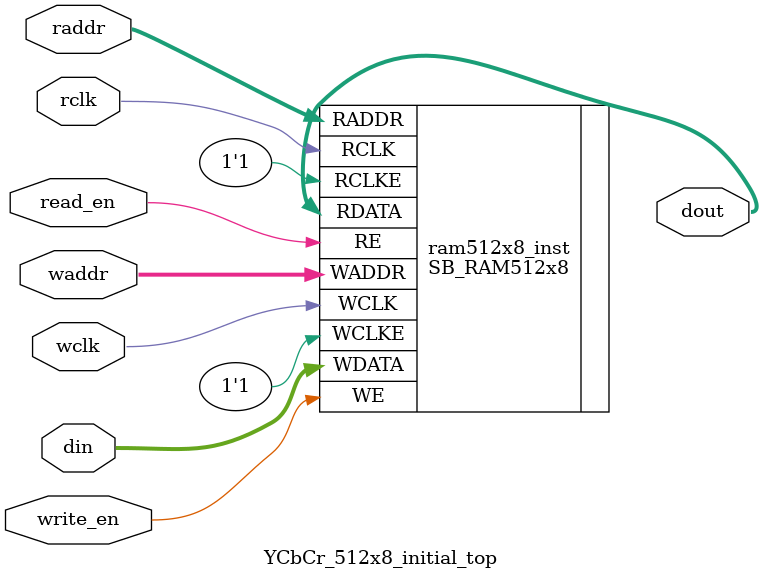
<source format=v>

module YCbCr_512x8_initial_top (
    din,
    write_en,
    read_en,
    waddr, 
    wclk, 
    raddr, 
    rclk, 
    dout
); 

parameter addr_width = 9; 
parameter data_width = 8; 
    
input  [addr_width-1:0] waddr, raddr; 
input  [data_width-1:0] din; 
input  write_en, read_en, wclk, rclk; 
output [data_width-1:0] dout;

SB_RAM512x8   ram512x8_inst (
   .RDATA(dout[7:0]),
   .RADDR(raddr[8:0]),
   .RCLK(rclk),
   .RCLKE(1'b1),
   .RE(read_en),
   .WADDR(waddr[8:0]),
   .WCLK(wclk),
   .WCLKE(1'b1),
   .WDATA(din[7:0]),
   .WE(write_en)
   //.MASK(16'b0000000000000000)
);
// 32 * 8 * 16
//defparam ram512x8_inst.INIT_0 = 256'h00000000000000000000000000000000000000000000006df0282235901a9700;
//defparam ram512x8_inst.INIT_0 = 256'h00000000000000000000000000000000000000000000006df028223590f05a51;

defparam ram512x8_inst.INIT_0 = 256'h5151515151515151515151515151515151515151515151515151515151515151;
defparam ram512x8_inst.INIT_1 = 256'h5151515151515151515151515151515151515151515151515151515151515151;
defparam ram512x8_inst.INIT_2 = 256'h5151515151515151515151515151515151515151515151515151515151515151;
defparam ram512x8_inst.INIT_3 = 256'h5151515151515151515151515151515151515151515151515151515151515151;
defparam ram512x8_inst.INIT_4 = 256'h5a5a5a5a5a5a5a5a5a5a5a5a5a5a5a5a5a5a5a5a5a5a5a5a5a5a5a5a5a5a5a5a;
defparam ram512x8_inst.INIT_5 = 256'h5a5a5a5a5a5a5a5a5a5a5a5a5a5a5a5a5a5a5a5a5a5a5a5a5a5a5a5a5a5a5a5a;
defparam ram512x8_inst.INIT_6 = 256'hf0f0f0f0f0f0f0f0f0f0f0f0f0f0f0f0f0f0f0f0f0f0f0f0f0f0f0f0f0f0f0f0;
defparam ram512x8_inst.INIT_7 = 256'hf0f0f0f0f0f0f0f0f0f0f0f0f0f0f0f0f0f0f0f0f0f0f0f0f0f0f0f0f0f0f0f0;

defparam ram512x8_inst.INIT_8 = 256'h9090909090909090909090909090909090909090909090909090909090909090;
defparam ram512x8_inst.INIT_9 = 256'h9090909090909090909090909090909090909090909090909090909090909090;
defparam ram512x8_inst.INIT_A = 256'h9090909090909090909090909090909090909090909090909090909090909090;
defparam ram512x8_inst.INIT_B = 256'h9090909090909090909090909090909090909090909090909090909090909090;
defparam ram512x8_inst.INIT_C = 256'h3535353535353535353535353535353535353535353535353535353535353535;
defparam ram512x8_inst.INIT_D = 256'h3535353535353535353535353535353535353535353535353535353535353535;
defparam ram512x8_inst.INIT_E = 256'h2222222222222222222222222222222222222222222222222222222222222222;
defparam ram512x8_inst.INIT_F = 256'h2222222222222222222222222222222222222222222222222222222222222222;

endmodule

</source>
